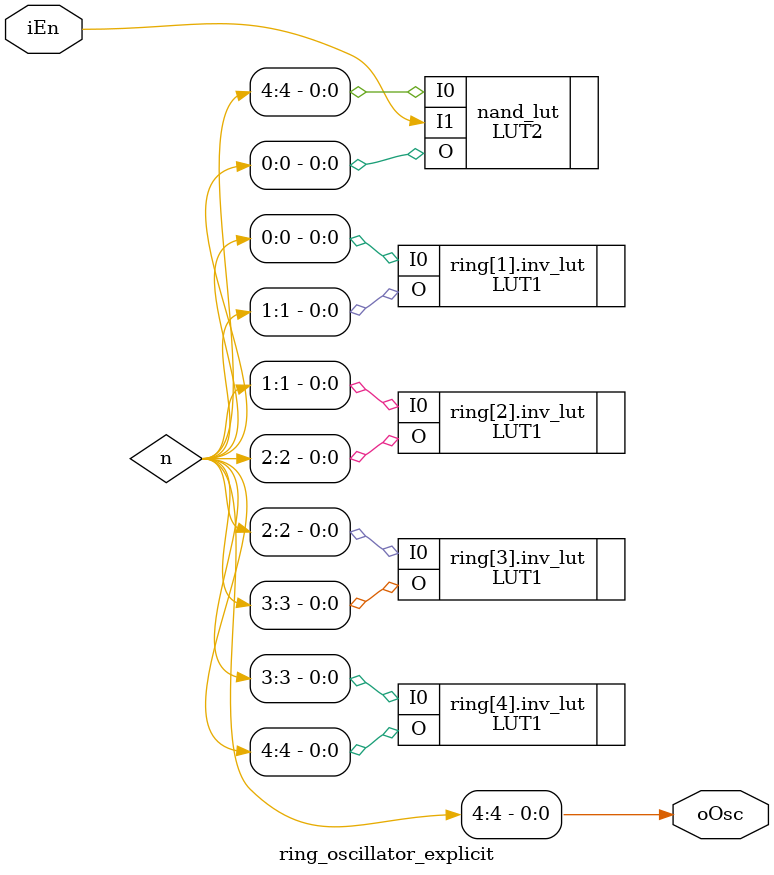
<source format=v>
(*dont_touch = "true"*)
module ring_oscillator_explicit #(
    parameter integer LENGTH = 5
) (
    input iEn,
    output oOsc
);
    (* KEEP = "TRUE", DONT_TOUCH = "TRUE" *) wire [LENGTH-1:0] n;
    genvar i;
    
    // First stage: explicit LUT1 for NAND with enable
    LUT2 #(.INIT(4'b0111)) nand_lut (
        .O(n[0]),
        .I0(n[LENGTH-1]),
        .I1(iEn)
    );
    
    generate
        for (i = 1; i < LENGTH; i = i + 1) begin : ring
            (* KEEP = "TRUE", DONT_TOUCH = "TRUE" *)
            LUT1 #(.INIT(2'b01)) inv_lut (
                .O(n[i]),
                .I0(n[i-1])
            );
        end
    endgenerate
    
    assign oOsc = n[LENGTH-1];
endmodule

</source>
